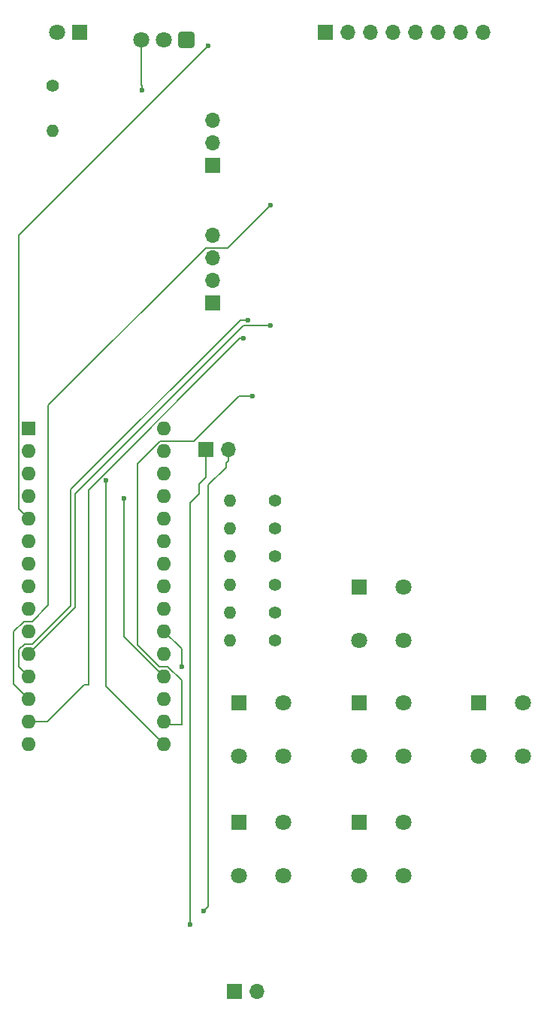
<source format=gbr>
%TF.GenerationSoftware,KiCad,Pcbnew,8.0.5*%
%TF.CreationDate,2024-10-10T14:23:18+02:00*%
%TF.ProjectId,universal_remote,756e6976-6572-4736-916c-5f72656d6f74,rev?*%
%TF.SameCoordinates,Original*%
%TF.FileFunction,Copper,L2,Bot*%
%TF.FilePolarity,Positive*%
%FSLAX46Y46*%
G04 Gerber Fmt 4.6, Leading zero omitted, Abs format (unit mm)*
G04 Created by KiCad (PCBNEW 8.0.5) date 2024-10-10 14:23:18*
%MOMM*%
%LPD*%
G01*
G04 APERTURE LIST*
G04 Aperture macros list*
%AMRoundRect*
0 Rectangle with rounded corners*
0 $1 Rounding radius*
0 $2 $3 $4 $5 $6 $7 $8 $9 X,Y pos of 4 corners*
0 Add a 4 corners polygon primitive as box body*
4,1,4,$2,$3,$4,$5,$6,$7,$8,$9,$2,$3,0*
0 Add four circle primitives for the rounded corners*
1,1,$1+$1,$2,$3*
1,1,$1+$1,$4,$5*
1,1,$1+$1,$6,$7*
1,1,$1+$1,$8,$9*
0 Add four rect primitives between the rounded corners*
20,1,$1+$1,$2,$3,$4,$5,0*
20,1,$1+$1,$4,$5,$6,$7,0*
20,1,$1+$1,$6,$7,$8,$9,0*
20,1,$1+$1,$8,$9,$2,$3,0*%
G04 Aperture macros list end*
%TA.AperFunction,ComponentPad*%
%ADD10C,1.400000*%
%TD*%
%TA.AperFunction,ComponentPad*%
%ADD11O,1.400000X1.400000*%
%TD*%
%TA.AperFunction,ComponentPad*%
%ADD12R,1.700000X1.700000*%
%TD*%
%TA.AperFunction,ComponentPad*%
%ADD13O,1.700000X1.700000*%
%TD*%
%TA.AperFunction,ComponentPad*%
%ADD14R,1.800000X1.800000*%
%TD*%
%TA.AperFunction,ComponentPad*%
%ADD15C,1.800000*%
%TD*%
%TA.AperFunction,ComponentPad*%
%ADD16RoundRect,0.248400X0.651600X0.651600X-0.651600X0.651600X-0.651600X-0.651600X0.651600X-0.651600X0*%
%TD*%
%TA.AperFunction,ComponentPad*%
%ADD17R,1.600000X1.600000*%
%TD*%
%TA.AperFunction,ComponentPad*%
%ADD18O,1.600000X1.600000*%
%TD*%
%TA.AperFunction,ViaPad*%
%ADD19C,0.600000*%
%TD*%
%TA.AperFunction,Conductor*%
%ADD20C,0.200000*%
%TD*%
G04 APERTURE END LIST*
D10*
%TO.P,R4,1*%
%TO.N,Net-(D1-K)*%
X131500000Y-101200000D03*
D11*
%TO.P,R4,2*%
%TO.N,Net-(A1-A2)*%
X126420000Y-101200000D03*
%TD*%
D10*
%TO.P,R5,1*%
%TO.N,Net-(D1-K)*%
X131500000Y-98050000D03*
D11*
%TO.P,R5,2*%
%TO.N,Net-(A1-A3)*%
X126420000Y-98050000D03*
%TD*%
D10*
%TO.P,R6,1*%
%TO.N,Net-(D1-K)*%
X131500000Y-94900000D03*
D11*
%TO.P,R6,2*%
%TO.N,Net-(A1-A4)*%
X126420000Y-94900000D03*
%TD*%
D10*
%TO.P,R2,1*%
%TO.N,Net-(D1-K)*%
X131500000Y-107500000D03*
D11*
%TO.P,R2,2*%
%TO.N,Net-(A1-A0)*%
X126420000Y-107500000D03*
%TD*%
D12*
%TO.P,J1,1,Pin_1*%
%TO.N,Net-(D1-K)*%
X137220000Y-39000000D03*
D13*
%TO.P,J1,2,Pin_2*%
%TO.N,Net-(A1-+5V)*%
X139760000Y-39000000D03*
%TO.P,J1,3,Pin_3*%
%TO.N,Net-(A1-D13)*%
X142300000Y-39000000D03*
%TO.P,J1,4,Pin_4*%
%TO.N,Net-(A1-D11)*%
X144840000Y-39000000D03*
%TO.P,J1,5,Pin_5*%
%TO.N,Net-(A1-D8)*%
X147380000Y-39000000D03*
%TO.P,J1,6,Pin_6*%
%TO.N,Net-(A1-D9)*%
X149920000Y-39000000D03*
%TO.P,J1,7,Pin_7*%
%TO.N,Net-(A1-D10)*%
X152460000Y-39000000D03*
%TO.P,J1,8,Pin_8*%
%TO.N,Net-(A1-3V3)*%
X155000000Y-39000000D03*
%TD*%
D14*
%TO.P,SW4,1,A*%
%TO.N,Net-(A1-A3)*%
X154500000Y-114500000D03*
D15*
%TO.P,SW4,2,A*%
X159500000Y-114500000D03*
%TO.P,SW4,3,B*%
%TO.N,Net-(A1-+5V)*%
X154500000Y-120500000D03*
%TO.P,SW4,4,B*%
X159500000Y-120500000D03*
%TD*%
D14*
%TO.P,SW2,1,A*%
%TO.N,Net-(A1-A5)*%
X141000000Y-114500000D03*
D15*
%TO.P,SW2,2,A*%
X146000000Y-114500000D03*
%TO.P,SW2,3,B*%
%TO.N,Net-(A1-+5V)*%
X141000000Y-120500000D03*
%TO.P,SW2,4,B*%
X146000000Y-120500000D03*
%TD*%
D12*
%TO.P,J2,1,Pin_1*%
%TO.N,Net-(BT1-+)*%
X126960000Y-147000000D03*
D13*
%TO.P,J2,2,Pin_2*%
%TO.N,Net-(BT1--)*%
X129500000Y-147000000D03*
%TD*%
D14*
%TO.P,SW3,1,A*%
%TO.N,Net-(A1-A1)*%
X141000000Y-128000000D03*
D15*
%TO.P,SW3,2,A*%
X146000000Y-128000000D03*
%TO.P,SW3,3,B*%
%TO.N,Net-(A1-+5V)*%
X141000000Y-134000000D03*
%TO.P,SW3,4,B*%
X146000000Y-134000000D03*
%TD*%
D14*
%TO.P,SW1,1,A*%
%TO.N,Net-(A1-A0)*%
X141000000Y-101500000D03*
D15*
%TO.P,SW1,2,A*%
X146000000Y-101500000D03*
%TO.P,SW1,3,B*%
%TO.N,Net-(A1-+5V)*%
X141000000Y-107500000D03*
%TO.P,SW1,4,B*%
X146000000Y-107500000D03*
%TD*%
D10*
%TO.P,R7,1*%
%TO.N,Net-(D1-K)*%
X131500000Y-91750000D03*
D11*
%TO.P,R7,2*%
%TO.N,Net-(A1-A5)*%
X126420000Y-91750000D03*
%TD*%
D16*
%TO.P,U1,1,OUT*%
%TO.N,Net-(A1-D2)*%
X121500000Y-39815000D03*
D15*
%TO.P,U1,2,GND*%
%TO.N,Net-(D1-K)*%
X118960000Y-39815000D03*
%TO.P,U1,3,Vs*%
%TO.N,Net-(A1-+5V)*%
X116420000Y-39815000D03*
%TD*%
D17*
%TO.P,A1,1,D1/TX*%
%TO.N,unconnected-(A1-D1{slash}TX-Pad1)*%
X103760000Y-83600000D03*
D18*
%TO.P,A1,2,D0/RX*%
%TO.N,unconnected-(A1-D0{slash}RX-Pad2)*%
X103760000Y-86140000D03*
%TO.P,A1,3,~{RESET}*%
%TO.N,unconnected-(A1-~{RESET}-Pad3)*%
X103760000Y-88680000D03*
%TO.P,A1,4,GND*%
%TO.N,Net-(D1-K)*%
X103760000Y-91220000D03*
%TO.P,A1,5,D2*%
%TO.N,Net-(A1-D2)*%
X103760000Y-93760000D03*
%TO.P,A1,6,D3*%
%TO.N,Net-(A1-D3)*%
X103760000Y-96300000D03*
%TO.P,A1,7,D4*%
%TO.N,unconnected-(A1-D4-Pad7)*%
X103760000Y-98840000D03*
%TO.P,A1,8,D5*%
%TO.N,unconnected-(A1-D5-Pad8)*%
X103760000Y-101380000D03*
%TO.P,A1,9,D6*%
%TO.N,unconnected-(A1-D6-Pad9)*%
X103760000Y-103920000D03*
%TO.P,A1,10,D7*%
%TO.N,unconnected-(A1-D7-Pad10)*%
X103760000Y-106460000D03*
%TO.P,A1,11,D8*%
%TO.N,Net-(A1-D8)*%
X103760000Y-109000000D03*
%TO.P,A1,12,D9*%
%TO.N,Net-(A1-D9)*%
X103760000Y-111540000D03*
%TO.P,A1,13,D10*%
%TO.N,Net-(A1-D10)*%
X103760000Y-114080000D03*
%TO.P,A1,14,D11*%
%TO.N,Net-(A1-D11)*%
X103760000Y-116620000D03*
%TO.P,A1,15,D12*%
%TO.N,unconnected-(A1-D12-Pad15)*%
X103760000Y-119160000D03*
%TO.P,A1,16,D13*%
%TO.N,Net-(A1-D13)*%
X119000000Y-119160000D03*
%TO.P,A1,17,3V3*%
%TO.N,Net-(A1-3V3)*%
X119000000Y-116620000D03*
%TO.P,A1,18,AREF*%
%TO.N,unconnected-(A1-AREF-Pad18)*%
X119000000Y-114080000D03*
%TO.P,A1,19,A0*%
%TO.N,Net-(A1-A0)*%
X119000000Y-111540000D03*
%TO.P,A1,20,A1*%
%TO.N,Net-(A1-A1)*%
X119000000Y-109000000D03*
%TO.P,A1,21,A2*%
%TO.N,Net-(A1-A2)*%
X119000000Y-106460000D03*
%TO.P,A1,22,A3*%
%TO.N,Net-(A1-A3)*%
X119000000Y-103920000D03*
%TO.P,A1,23,A4*%
%TO.N,Net-(A1-A4)*%
X119000000Y-101380000D03*
%TO.P,A1,24,A5*%
%TO.N,Net-(A1-A5)*%
X119000000Y-98840000D03*
%TO.P,A1,25,A6*%
%TO.N,unconnected-(A1-A6-Pad25)*%
X119000000Y-96300000D03*
%TO.P,A1,26,A7*%
%TO.N,unconnected-(A1-A7-Pad26)*%
X119000000Y-93760000D03*
%TO.P,A1,27,+5V*%
%TO.N,Net-(A1-+5V)*%
X119000000Y-91220000D03*
%TO.P,A1,28,~{RESET}*%
%TO.N,unconnected-(A1-~{RESET}-Pad28)*%
X119000000Y-88680000D03*
%TO.P,A1,29,GND*%
%TO.N,unconnected-(A1-GND-Pad29)*%
X119000000Y-86140000D03*
%TO.P,A1,30,VIN*%
%TO.N,unconnected-(A1-VIN-Pad30)*%
X119000000Y-83600000D03*
%TD*%
D10*
%TO.P,R1,1*%
%TO.N,Net-(D1-A)*%
X106500000Y-45000000D03*
D11*
%TO.P,R1,2*%
%TO.N,Net-(A1-D3)*%
X106500000Y-50080000D03*
%TD*%
D14*
%TO.P,SW5,1,A*%
%TO.N,Net-(A1-A2)*%
X127500000Y-114500000D03*
D15*
%TO.P,SW5,2,A*%
X132500000Y-114500000D03*
%TO.P,SW5,3,B*%
%TO.N,Net-(A1-+5V)*%
X127500000Y-120500000D03*
%TO.P,SW5,4,B*%
X132500000Y-120500000D03*
%TD*%
D14*
%TO.P,D1,1,K*%
%TO.N,Net-(D1-K)*%
X109500000Y-39000000D03*
D15*
%TO.P,D1,2,A*%
%TO.N,Net-(D1-A)*%
X106960000Y-39000000D03*
%TD*%
D10*
%TO.P,R3,1*%
%TO.N,Net-(D1-K)*%
X131500000Y-104350000D03*
D11*
%TO.P,R3,2*%
%TO.N,Net-(A1-A1)*%
X126420000Y-104350000D03*
%TD*%
D12*
%TO.P,J3,1,Pin_1*%
%TO.N,Net-(BT1-+)*%
X124500000Y-69500000D03*
D13*
%TO.P,J3,2,Pin_2*%
%TO.N,Net-(BT1--)*%
X124500000Y-66960000D03*
%TO.P,J3,3,Pin_3*%
%TO.N,Net-(J3-Pin_3)*%
X124500000Y-64420000D03*
%TO.P,J3,4,Pin_4*%
%TO.N,Net-(D1-K)*%
X124500000Y-61880000D03*
%TD*%
D12*
%TO.P,BT1,1,+*%
%TO.N,Net-(BT1-+)*%
X123725000Y-86000000D03*
D13*
%TO.P,BT1,2,-*%
%TO.N,Net-(BT1--)*%
X126265000Y-86000000D03*
%TD*%
D12*
%TO.P,J4,1,Pin_1*%
%TO.N,Net-(D1-K)*%
X124500000Y-54000000D03*
D13*
%TO.P,J4,2,Pin_2*%
%TO.N,Net-(A1-+5V)*%
X124500000Y-51460000D03*
%TO.P,J4,3,Pin_3*%
%TO.N,Net-(J3-Pin_3)*%
X124500000Y-48920000D03*
%TD*%
D14*
%TO.P,SW6,1,A*%
%TO.N,Net-(A1-A4)*%
X127500000Y-128000000D03*
D15*
%TO.P,SW6,2,A*%
X132500000Y-128000000D03*
%TO.P,SW6,3,B*%
%TO.N,Net-(A1-+5V)*%
X127500000Y-134000000D03*
%TO.P,SW6,4,B*%
X132500000Y-134000000D03*
%TD*%
D19*
%TO.N,Net-(BT1-+)*%
X122000000Y-139500000D03*
%TO.N,Net-(BT1--)*%
X123500000Y-138000000D03*
%TO.N,Net-(A1-D10)*%
X131000000Y-58500000D03*
%TO.N,Net-(A1-D13)*%
X112500000Y-89500000D03*
%TO.N,Net-(A1-D9)*%
X128500000Y-71400000D03*
%TO.N,Net-(A1-+5V)*%
X116500000Y-45500000D03*
%TO.N,Net-(A1-A0)*%
X114500000Y-91500000D03*
%TO.N,Net-(A1-A2)*%
X121000000Y-110500000D03*
%TO.N,Net-(A1-3V3)*%
X129000000Y-80000000D03*
%TO.N,Net-(A1-D2)*%
X124000000Y-40500000D03*
%TO.N,Net-(A1-D8)*%
X131000000Y-72000000D03*
%TO.N,Net-(A1-D11)*%
X128000000Y-73500000D03*
%TD*%
D20*
%TO.N,Net-(BT1-+)*%
X123725000Y-89123529D02*
X123725000Y-86000000D01*
X123000000Y-91000000D02*
X123000000Y-89848529D01*
X122000000Y-92000000D02*
X123000000Y-91000000D01*
X122000000Y-139500000D02*
X122000000Y-92000000D01*
X123000000Y-89848529D02*
X123725000Y-89123529D01*
%TO.N,Net-(BT1--)*%
X126000000Y-87500000D02*
X126265000Y-87235000D01*
X126000000Y-88000000D02*
X126000000Y-87500000D01*
X126265000Y-87235000D02*
X126265000Y-86000000D01*
X124000000Y-90000000D02*
X126000000Y-88000000D01*
X123500000Y-138000000D02*
X124000000Y-137500000D01*
X124000000Y-137500000D02*
X124000000Y-90000000D01*
%TO.N,Net-(A1-D10)*%
X123730000Y-63270000D02*
X106000000Y-81000000D01*
X106000000Y-81000000D02*
X106000000Y-103500000D01*
X104140000Y-105360000D02*
X103240000Y-105360000D01*
X102100000Y-106500000D02*
X102100000Y-112420000D01*
X131000000Y-58500000D02*
X126230000Y-63270000D01*
X126230000Y-63270000D02*
X123730000Y-63270000D01*
X102100000Y-112420000D02*
X103760000Y-114080000D01*
X103240000Y-105360000D02*
X102100000Y-106500000D01*
X106000000Y-103500000D02*
X104140000Y-105360000D01*
%TO.N,Net-(A1-D13)*%
X112500000Y-112660000D02*
X119000000Y-119160000D01*
X112500000Y-89500000D02*
X112500000Y-112660000D01*
%TO.N,Net-(A1-D9)*%
X104215635Y-107900000D02*
X103304365Y-107900000D01*
X108500000Y-90500000D02*
X108500000Y-103615635D01*
X127600000Y-71400000D02*
X108500000Y-90500000D01*
X128500000Y-71400000D02*
X127600000Y-71400000D01*
X108500000Y-103615635D02*
X104215635Y-107900000D01*
X102660000Y-108544365D02*
X102660000Y-110440000D01*
X102660000Y-110440000D02*
X103760000Y-111540000D01*
X103304365Y-107900000D02*
X102660000Y-108544365D01*
%TO.N,Net-(A1-+5V)*%
X116500000Y-45000000D02*
X116420000Y-44920000D01*
X116420000Y-44920000D02*
X116420000Y-39815000D01*
X116500000Y-45500000D02*
X116500000Y-45000000D01*
%TO.N,Net-(A1-A0)*%
X114500000Y-107040000D02*
X119000000Y-111540000D01*
X114500000Y-91500000D02*
X114500000Y-107040000D01*
%TO.N,Net-(A1-A2)*%
X121000000Y-110500000D02*
X121000000Y-108460000D01*
X121000000Y-108460000D02*
X119000000Y-106460000D01*
%TO.N,Net-(A1-3V3)*%
X129000000Y-80000000D02*
X127425000Y-80000000D01*
X121000000Y-111984365D02*
X121000000Y-117000000D01*
X118465686Y-110440000D02*
X119455635Y-110440000D01*
X127425000Y-80000000D02*
X122385000Y-85040000D01*
X119380000Y-117000000D02*
X119000000Y-116620000D01*
X116012843Y-87571522D02*
X116012843Y-107987157D01*
X119455635Y-110440000D02*
X121000000Y-111984365D01*
X122385000Y-85040000D02*
X118544365Y-85040000D01*
X121000000Y-117000000D02*
X119380000Y-117000000D01*
X118544365Y-85040000D02*
X116012843Y-87571522D01*
X116012843Y-107987157D02*
X118465686Y-110440000D01*
%TO.N,Net-(A1-D2)*%
X102660000Y-92660000D02*
X103760000Y-93760000D01*
X102660000Y-61840000D02*
X102660000Y-92660000D01*
X124000000Y-40500000D02*
X102660000Y-61840000D01*
%TO.N,Net-(A1-D8)*%
X131000000Y-72000000D02*
X128000000Y-72000000D01*
X109000000Y-103760000D02*
X103760000Y-109000000D01*
X109000000Y-91000000D02*
X109000000Y-103760000D01*
X128000000Y-72000000D02*
X109000000Y-91000000D01*
%TO.N,Net-(A1-D11)*%
X110500000Y-90544365D02*
X110500000Y-112500000D01*
X127544365Y-73500000D02*
X110500000Y-90544365D01*
X105880000Y-116620000D02*
X103760000Y-116620000D01*
X110500000Y-112500000D02*
X110000000Y-112500000D01*
X128000000Y-73500000D02*
X127544365Y-73500000D01*
X110000000Y-112500000D02*
X105880000Y-116620000D01*
%TD*%
M02*

</source>
